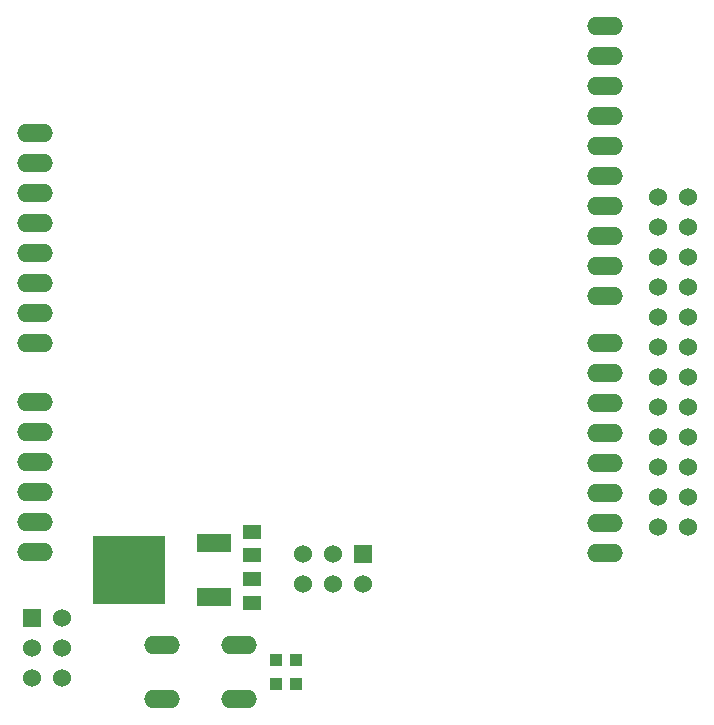
<source format=gtp>
G04 #@! TF.FileFunction,Paste,Top*
%FSLAX46Y46*%
G04 Gerber Fmt 4.6, Leading zero omitted, Abs format (unit mm)*
G04 Created by KiCad (PCBNEW 4.0.1-stable) date 2017/07/07 18:52:27*
%MOMM*%
G01*
G04 APERTURE LIST*
%ADD10C,0.050000*%
%ADD11R,1.049020X1.079500*%
%ADD12R,1.524000X1.524000*%
%ADD13C,1.524000*%
%ADD14O,3.048000X1.524000*%
%ADD15R,1.597660X1.297940*%
%ADD16R,2.999740X1.597660*%
%ADD17R,6.197600X5.798820*%
G04 APERTURE END LIST*
D10*
D11*
X138876240Y-127750000D03*
X140623760Y-127750000D03*
D12*
X118230000Y-122210000D03*
D13*
X120770000Y-122210000D03*
X118230000Y-124750000D03*
X120770000Y-124750000D03*
X118230000Y-127290000D03*
X120770000Y-127290000D03*
D14*
X118500000Y-103900000D03*
X118500000Y-106440000D03*
X118500000Y-108980000D03*
X118500000Y-111520000D03*
X118500000Y-114060000D03*
X118500000Y-116600000D03*
X129248800Y-124489400D03*
X135751200Y-124489400D03*
X129248800Y-129010600D03*
X135751200Y-129010600D03*
D13*
X171230000Y-86530000D03*
X173770000Y-86530000D03*
X171230000Y-89070000D03*
X173770000Y-89070000D03*
X171230000Y-91610000D03*
X173770000Y-91610000D03*
X171230000Y-94150000D03*
X173770000Y-94150000D03*
X171230000Y-96690000D03*
X173770000Y-96690000D03*
X171230000Y-99230000D03*
X173770000Y-99230000D03*
X171230000Y-101770000D03*
X173770000Y-101770000D03*
X171230000Y-104310000D03*
X173770000Y-104310000D03*
X171230000Y-106850000D03*
X173770000Y-106850000D03*
X171230000Y-109390000D03*
X173770000Y-109390000D03*
X171230000Y-111930000D03*
X173770000Y-111930000D03*
X171230000Y-114470000D03*
X173770000Y-114470000D03*
D14*
X118500000Y-81110000D03*
X118500000Y-83650000D03*
X118500000Y-86190000D03*
X118500000Y-88730000D03*
X118500000Y-91270000D03*
X118500000Y-93810000D03*
X118500000Y-96350000D03*
X118500000Y-98890000D03*
D12*
X146290000Y-116730000D03*
D13*
X146290000Y-119270000D03*
X143750000Y-116730000D03*
X143750000Y-119270000D03*
X141210000Y-116730000D03*
X141210000Y-119270000D03*
D14*
X166750000Y-72070000D03*
X166750000Y-74610000D03*
X166750000Y-77150000D03*
X166750000Y-79690000D03*
X166750000Y-82230000D03*
X166750000Y-84770000D03*
X166750000Y-87310000D03*
X166750000Y-89850000D03*
X166750000Y-92390000D03*
X166750000Y-94930000D03*
X166750000Y-116640000D03*
X166750000Y-114100000D03*
X166750000Y-111560000D03*
X166750000Y-109020000D03*
X166750000Y-106480000D03*
X166750000Y-103940000D03*
X166750000Y-101400000D03*
X166750000Y-98860000D03*
D15*
X136875000Y-120873220D03*
X136875000Y-118876780D03*
X136875000Y-114876780D03*
X136875000Y-116873220D03*
D16*
X133673060Y-120403380D03*
X133673060Y-115846620D03*
D17*
X126495020Y-118125000D03*
D11*
X140623760Y-125750000D03*
X138876240Y-125750000D03*
M02*

</source>
